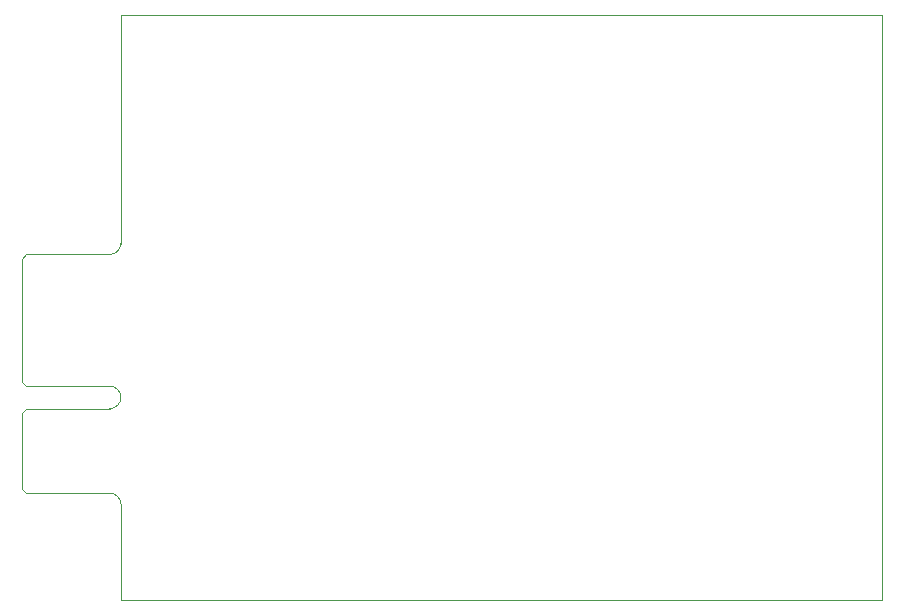
<source format=gbr>
%FSLAX46Y46*%
G04 Gerber Fmt 4.6, Leading zero omitted, Abs format (unit mm)*
G04 Created by KiCad (PCBNEW (2014-10-27 BZR 5228)-product) date 13/01/2015 10:49:15*
%MOMM*%
G01*
G04 APERTURE LIST*
%ADD10C,0.100000*%
%ADD11C,0.020000*%
G04 APERTURE END LIST*
D10*
X194400000Y-84500000D02*
X130000000Y-84500000D01*
X194400000Y-35000000D02*
X194400000Y-84500000D01*
X130000000Y-35000000D02*
X194400000Y-35000000D01*
X130000000Y-53400000D02*
X130000000Y-35000000D01*
X130000000Y-77200000D02*
X130000000Y-84500000D01*
D11*
X129974560Y-54368200D02*
X129974560Y-53368200D01*
X129974560Y-76418200D02*
X129974560Y-77368200D01*
X129024560Y-55268200D02*
G75*
G03X129974560Y-54318200I0J950000D01*
G01*
X121574560Y-55618200D02*
X121924560Y-55268200D01*
X121924560Y-55268200D02*
X129024560Y-55268200D01*
X121574560Y-66068200D02*
X121574560Y-55618200D01*
X129974560Y-76418200D02*
G75*
G03X129024560Y-75468200I-950000J0D01*
G01*
X121574560Y-75118200D02*
X121924560Y-75468200D01*
X121924560Y-75468200D02*
X129024560Y-75468200D01*
X129024560Y-68318200D02*
X121924560Y-68318200D01*
X121924560Y-68318200D02*
X121574560Y-68668200D01*
X121574560Y-68668200D02*
X121574560Y-75118200D01*
X121924560Y-66418200D02*
X129024560Y-66418200D01*
X121924560Y-66418200D02*
X121574560Y-66068200D01*
X129974560Y-67368200D02*
G75*
G03X129024560Y-66418200I-950000J0D01*
G01*
X129024560Y-68318200D02*
G75*
G03X129974560Y-67368200I0J950000D01*
G01*
M02*

</source>
